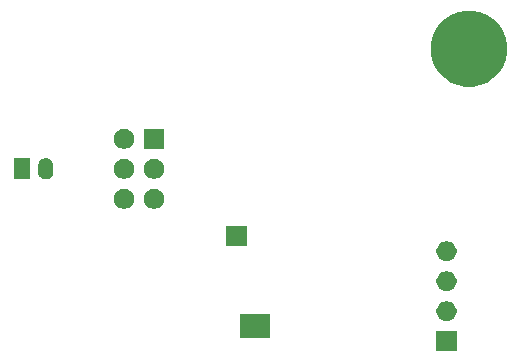
<source format=gbs>
G04 #@! TF.GenerationSoftware,KiCad,Pcbnew,5.0.1-33cea8e~68~ubuntu18.04.1*
G04 #@! TF.CreationDate,2018-11-28T03:54:02-05:00*
G04 #@! TF.ProjectId,psu,7073752E6B696361645F706362000000,rev?*
G04 #@! TF.SameCoordinates,Original*
G04 #@! TF.FileFunction,Soldermask,Bot*
G04 #@! TF.FilePolarity,Negative*
%FSLAX46Y46*%
G04 Gerber Fmt 4.6, Leading zero omitted, Abs format (unit mm)*
G04 Created by KiCad (PCBNEW 5.0.1-33cea8e~68~ubuntu18.04.1) date Wed Nov 28 03:54:02 2018*
%MOMM*%
%LPD*%
G01*
G04 APERTURE LIST*
%ADD10C,0.350000*%
G04 APERTURE END LIST*
D10*
G36*
X172300000Y-119595000D02*
X170600000Y-119595000D01*
X170600000Y-117895000D01*
X172300000Y-117895000D01*
X172300000Y-119595000D01*
X172300000Y-119595000D01*
G37*
G36*
X156532500Y-118500000D02*
X153982500Y-118500000D01*
X153982500Y-116450000D01*
X156532500Y-116450000D01*
X156532500Y-118500000D01*
X156532500Y-118500000D01*
G37*
G36*
X171697936Y-115387665D02*
X171852626Y-115451740D01*
X171991844Y-115544762D01*
X172110238Y-115663156D01*
X172203260Y-115802374D01*
X172267335Y-115957064D01*
X172300000Y-116121282D01*
X172300000Y-116288718D01*
X172267335Y-116452936D01*
X172203260Y-116607626D01*
X172110238Y-116746844D01*
X171991844Y-116865238D01*
X171852626Y-116958260D01*
X171697936Y-117022335D01*
X171533718Y-117055000D01*
X171366282Y-117055000D01*
X171202064Y-117022335D01*
X171047374Y-116958260D01*
X170908156Y-116865238D01*
X170789762Y-116746844D01*
X170696740Y-116607626D01*
X170632665Y-116452936D01*
X170600000Y-116288718D01*
X170600000Y-116121282D01*
X170632665Y-115957064D01*
X170696740Y-115802374D01*
X170789762Y-115663156D01*
X170908156Y-115544762D01*
X171047374Y-115451740D01*
X171202064Y-115387665D01*
X171366282Y-115355000D01*
X171533718Y-115355000D01*
X171697936Y-115387665D01*
X171697936Y-115387665D01*
G37*
G36*
X171697936Y-112847665D02*
X171852626Y-112911740D01*
X171991844Y-113004762D01*
X172110238Y-113123156D01*
X172203260Y-113262374D01*
X172267335Y-113417064D01*
X172300000Y-113581282D01*
X172300000Y-113748718D01*
X172267335Y-113912936D01*
X172203260Y-114067626D01*
X172110238Y-114206844D01*
X171991844Y-114325238D01*
X171852626Y-114418260D01*
X171697936Y-114482335D01*
X171533718Y-114515000D01*
X171366282Y-114515000D01*
X171202064Y-114482335D01*
X171047374Y-114418260D01*
X170908156Y-114325238D01*
X170789762Y-114206844D01*
X170696740Y-114067626D01*
X170632665Y-113912936D01*
X170600000Y-113748718D01*
X170600000Y-113581282D01*
X170632665Y-113417064D01*
X170696740Y-113262374D01*
X170789762Y-113123156D01*
X170908156Y-113004762D01*
X171047374Y-112911740D01*
X171202064Y-112847665D01*
X171366282Y-112815000D01*
X171533718Y-112815000D01*
X171697936Y-112847665D01*
X171697936Y-112847665D01*
G37*
G36*
X171697936Y-110307665D02*
X171852626Y-110371740D01*
X171991844Y-110464762D01*
X172110238Y-110583156D01*
X172203260Y-110722374D01*
X172267335Y-110877064D01*
X172300000Y-111041282D01*
X172300000Y-111208718D01*
X172267335Y-111372936D01*
X172203260Y-111527626D01*
X172110238Y-111666844D01*
X171991844Y-111785238D01*
X171852626Y-111878260D01*
X171697936Y-111942335D01*
X171533718Y-111975000D01*
X171366282Y-111975000D01*
X171202064Y-111942335D01*
X171047374Y-111878260D01*
X170908156Y-111785238D01*
X170789762Y-111666844D01*
X170696740Y-111527626D01*
X170632665Y-111372936D01*
X170600000Y-111208718D01*
X170600000Y-111041282D01*
X170632665Y-110877064D01*
X170696740Y-110722374D01*
X170789762Y-110583156D01*
X170908156Y-110464762D01*
X171047374Y-110371740D01*
X171202064Y-110307665D01*
X171366282Y-110275000D01*
X171533718Y-110275000D01*
X171697936Y-110307665D01*
X171697936Y-110307665D01*
G37*
G36*
X154520000Y-110705000D02*
X152820000Y-110705000D01*
X152820000Y-109005000D01*
X154520000Y-109005000D01*
X154520000Y-110705000D01*
X154520000Y-110705000D01*
G37*
G36*
X146932936Y-105862665D02*
X147087626Y-105926740D01*
X147226844Y-106019762D01*
X147345238Y-106138156D01*
X147438260Y-106277374D01*
X147502335Y-106432064D01*
X147535000Y-106596282D01*
X147535000Y-106763718D01*
X147502335Y-106927936D01*
X147438260Y-107082626D01*
X147345238Y-107221844D01*
X147226844Y-107340238D01*
X147087626Y-107433260D01*
X146932936Y-107497335D01*
X146768718Y-107530000D01*
X146601282Y-107530000D01*
X146437064Y-107497335D01*
X146282374Y-107433260D01*
X146143156Y-107340238D01*
X146024762Y-107221844D01*
X145931740Y-107082626D01*
X145867665Y-106927936D01*
X145835000Y-106763718D01*
X145835000Y-106596282D01*
X145867665Y-106432064D01*
X145931740Y-106277374D01*
X146024762Y-106138156D01*
X146143156Y-106019762D01*
X146282374Y-105926740D01*
X146437064Y-105862665D01*
X146601282Y-105830000D01*
X146768718Y-105830000D01*
X146932936Y-105862665D01*
X146932936Y-105862665D01*
G37*
G36*
X144392936Y-105862665D02*
X144547626Y-105926740D01*
X144686844Y-106019762D01*
X144805238Y-106138156D01*
X144898260Y-106277374D01*
X144962335Y-106432064D01*
X144995000Y-106596282D01*
X144995000Y-106763718D01*
X144962335Y-106927936D01*
X144898260Y-107082626D01*
X144805238Y-107221844D01*
X144686844Y-107340238D01*
X144547626Y-107433260D01*
X144392936Y-107497335D01*
X144228718Y-107530000D01*
X144061282Y-107530000D01*
X143897064Y-107497335D01*
X143742374Y-107433260D01*
X143603156Y-107340238D01*
X143484762Y-107221844D01*
X143391740Y-107082626D01*
X143327665Y-106927936D01*
X143295000Y-106763718D01*
X143295000Y-106596282D01*
X143327665Y-106432064D01*
X143391740Y-106277374D01*
X143484762Y-106138156D01*
X143603156Y-106019762D01*
X143742374Y-105926740D01*
X143897064Y-105862665D01*
X144061282Y-105830000D01*
X144228718Y-105830000D01*
X144392936Y-105862665D01*
X144392936Y-105862665D01*
G37*
G36*
X137652421Y-103249405D02*
X137774947Y-103286573D01*
X137774949Y-103286574D01*
X137842470Y-103322665D01*
X137887867Y-103346930D01*
X137986843Y-103428157D01*
X138068070Y-103527132D01*
X138128427Y-103640052D01*
X138165595Y-103762578D01*
X138175000Y-103858068D01*
X138175000Y-104421932D01*
X138165595Y-104517422D01*
X138157949Y-104542626D01*
X138128426Y-104639950D01*
X138068070Y-104752868D01*
X137986843Y-104851843D01*
X137887868Y-104933070D01*
X137781360Y-104990000D01*
X137774948Y-104993427D01*
X137652422Y-105030595D01*
X137536426Y-105042020D01*
X137525001Y-105043145D01*
X137525000Y-105043145D01*
X137397579Y-105030595D01*
X137275053Y-104993427D01*
X137268642Y-104990000D01*
X137162133Y-104933070D01*
X137063158Y-104851843D01*
X136981930Y-104752868D01*
X136921574Y-104639950D01*
X136892051Y-104542626D01*
X136884405Y-104517422D01*
X136875000Y-104421932D01*
X136875000Y-103858069D01*
X136884405Y-103762579D01*
X136921573Y-103640053D01*
X136981930Y-103527133D01*
X137063157Y-103428157D01*
X137162132Y-103346930D01*
X137207529Y-103322665D01*
X137275050Y-103286574D01*
X137275052Y-103286573D01*
X137397578Y-103249405D01*
X137513574Y-103237980D01*
X137524999Y-103236855D01*
X137525000Y-103236855D01*
X137652421Y-103249405D01*
X137652421Y-103249405D01*
G37*
G36*
X136175000Y-105040000D02*
X134875000Y-105040000D01*
X134875000Y-103240000D01*
X136175000Y-103240000D01*
X136175000Y-105040000D01*
X136175000Y-105040000D01*
G37*
G36*
X144392936Y-103322665D02*
X144547626Y-103386740D01*
X144686844Y-103479762D01*
X144805238Y-103598156D01*
X144898260Y-103737374D01*
X144962335Y-103892064D01*
X144995000Y-104056282D01*
X144995000Y-104223718D01*
X144962335Y-104387936D01*
X144898260Y-104542626D01*
X144805238Y-104681844D01*
X144686844Y-104800238D01*
X144547626Y-104893260D01*
X144392936Y-104957335D01*
X144228718Y-104990000D01*
X144061282Y-104990000D01*
X143897064Y-104957335D01*
X143742374Y-104893260D01*
X143603156Y-104800238D01*
X143484762Y-104681844D01*
X143391740Y-104542626D01*
X143327665Y-104387936D01*
X143295000Y-104223718D01*
X143295000Y-104056282D01*
X143327665Y-103892064D01*
X143391740Y-103737374D01*
X143484762Y-103598156D01*
X143603156Y-103479762D01*
X143742374Y-103386740D01*
X143897064Y-103322665D01*
X144061282Y-103290000D01*
X144228718Y-103290000D01*
X144392936Y-103322665D01*
X144392936Y-103322665D01*
G37*
G36*
X146932936Y-103322665D02*
X147087626Y-103386740D01*
X147226844Y-103479762D01*
X147345238Y-103598156D01*
X147438260Y-103737374D01*
X147502335Y-103892064D01*
X147535000Y-104056282D01*
X147535000Y-104223718D01*
X147502335Y-104387936D01*
X147438260Y-104542626D01*
X147345238Y-104681844D01*
X147226844Y-104800238D01*
X147087626Y-104893260D01*
X146932936Y-104957335D01*
X146768718Y-104990000D01*
X146601282Y-104990000D01*
X146437064Y-104957335D01*
X146282374Y-104893260D01*
X146143156Y-104800238D01*
X146024762Y-104681844D01*
X145931740Y-104542626D01*
X145867665Y-104387936D01*
X145835000Y-104223718D01*
X145835000Y-104056282D01*
X145867665Y-103892064D01*
X145931740Y-103737374D01*
X146024762Y-103598156D01*
X146143156Y-103479762D01*
X146282374Y-103386740D01*
X146437064Y-103322665D01*
X146601282Y-103290000D01*
X146768718Y-103290000D01*
X146932936Y-103322665D01*
X146932936Y-103322665D01*
G37*
G36*
X147535000Y-102450000D02*
X145835000Y-102450000D01*
X145835000Y-100750000D01*
X147535000Y-100750000D01*
X147535000Y-102450000D01*
X147535000Y-102450000D01*
G37*
G36*
X144392936Y-100782665D02*
X144547626Y-100846740D01*
X144686844Y-100939762D01*
X144805238Y-101058156D01*
X144898260Y-101197374D01*
X144962335Y-101352064D01*
X144995000Y-101516282D01*
X144995000Y-101683718D01*
X144962335Y-101847936D01*
X144898260Y-102002626D01*
X144805238Y-102141844D01*
X144686844Y-102260238D01*
X144547626Y-102353260D01*
X144392936Y-102417335D01*
X144228718Y-102450000D01*
X144061282Y-102450000D01*
X143897064Y-102417335D01*
X143742374Y-102353260D01*
X143603156Y-102260238D01*
X143484762Y-102141844D01*
X143391740Y-102002626D01*
X143327665Y-101847936D01*
X143295000Y-101683718D01*
X143295000Y-101516282D01*
X143327665Y-101352064D01*
X143391740Y-101197374D01*
X143484762Y-101058156D01*
X143603156Y-100939762D01*
X143742374Y-100846740D01*
X143897064Y-100782665D01*
X144061282Y-100750000D01*
X144228718Y-100750000D01*
X144392936Y-100782665D01*
X144392936Y-100782665D01*
G37*
G36*
X174295698Y-90878935D02*
X174882610Y-91122042D01*
X175410817Y-91474979D01*
X175860021Y-91924183D01*
X176212958Y-92452390D01*
X176456065Y-93039302D01*
X176580000Y-93662365D01*
X176580000Y-94297635D01*
X176456065Y-94920698D01*
X176212958Y-95507610D01*
X175860021Y-96035817D01*
X175410817Y-96485021D01*
X174882610Y-96837958D01*
X174295698Y-97081065D01*
X173672635Y-97205000D01*
X173037365Y-97205000D01*
X172414302Y-97081065D01*
X171827390Y-96837958D01*
X171299183Y-96485021D01*
X170849979Y-96035817D01*
X170497042Y-95507610D01*
X170253935Y-94920698D01*
X170130000Y-94297635D01*
X170130000Y-93662365D01*
X170253935Y-93039302D01*
X170497042Y-92452390D01*
X170849979Y-91924183D01*
X171299183Y-91474979D01*
X171827390Y-91122042D01*
X172414302Y-90878935D01*
X173037365Y-90755000D01*
X173672635Y-90755000D01*
X174295698Y-90878935D01*
X174295698Y-90878935D01*
G37*
M02*

</source>
